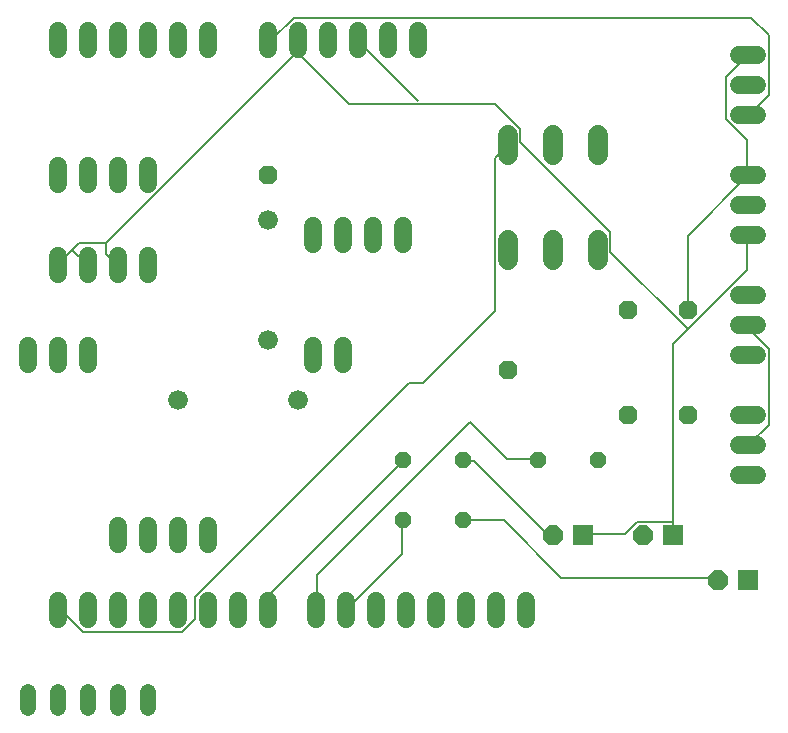
<source format=gbr>
G04 EAGLE Gerber X2 export*
%TF.Part,Single*%
%TF.FileFunction,Copper,L2,Bot,Mixed*%
%TF.FilePolarity,Positive*%
%TF.GenerationSoftware,Autodesk,EAGLE,9.1.3*%
%TF.CreationDate,2018-09-07T19:40:15Z*%
G75*
%MOMM*%
%FSLAX34Y34*%
%LPD*%
%AMOC8*
5,1,8,0,0,1.08239X$1,22.5*%
G01*
%ADD10C,1.524000*%
%ADD11P,1.732040X8X22.500000*%
%ADD12C,1.676400*%
%ADD13C,1.676400*%
%ADD14P,1.429621X8X22.500000*%
%ADD15P,1.814519X8X22.500000*%
%ADD16R,1.676400X1.676400*%
%ADD17C,1.320800*%
%ADD18C,0.152400*%


D10*
X472440Y45720D02*
X472440Y30480D01*
X447040Y30480D02*
X447040Y45720D01*
X421640Y45720D02*
X421640Y30480D01*
X396240Y30480D02*
X396240Y45720D01*
X370840Y45720D02*
X370840Y30480D01*
X345440Y30480D02*
X345440Y45720D01*
X320040Y45720D02*
X320040Y30480D01*
X294640Y30480D02*
X294640Y45720D01*
X254000Y45720D02*
X254000Y30480D01*
X228600Y30480D02*
X228600Y45720D01*
X203200Y45720D02*
X203200Y30480D01*
X177800Y30480D02*
X177800Y45720D01*
X152400Y45720D02*
X152400Y30480D01*
X127000Y30480D02*
X127000Y45720D01*
X101600Y45720D02*
X101600Y30480D01*
X76200Y30480D02*
X76200Y45720D01*
X381000Y513080D02*
X381000Y528320D01*
X355600Y528320D02*
X355600Y513080D01*
X330200Y513080D02*
X330200Y528320D01*
X304800Y528320D02*
X304800Y513080D01*
X279400Y513080D02*
X279400Y528320D01*
X254000Y528320D02*
X254000Y513080D01*
X203200Y513080D02*
X203200Y528320D01*
X177800Y528320D02*
X177800Y513080D01*
X152400Y513080D02*
X152400Y528320D01*
X127000Y528320D02*
X127000Y513080D01*
X101600Y513080D02*
X101600Y528320D01*
X76200Y528320D02*
X76200Y513080D01*
X292100Y363220D02*
X292100Y347980D01*
X317500Y347980D02*
X317500Y363220D01*
X342900Y363220D02*
X342900Y347980D01*
X368300Y347980D02*
X368300Y363220D01*
X76200Y398780D02*
X76200Y414020D01*
X101600Y414020D02*
X101600Y398780D01*
X127000Y398780D02*
X127000Y414020D01*
X152400Y414020D02*
X152400Y398780D01*
X76200Y337820D02*
X76200Y322580D01*
X101600Y322580D02*
X101600Y337820D01*
X127000Y337820D02*
X127000Y322580D01*
X152400Y322580D02*
X152400Y337820D01*
D11*
X457200Y241300D03*
X254000Y406400D03*
D10*
X50800Y261620D02*
X50800Y246380D01*
X76200Y246380D02*
X76200Y261620D01*
X101600Y261620D02*
X101600Y246380D01*
X127000Y109220D02*
X127000Y93980D01*
X152400Y93980D02*
X152400Y109220D01*
X177800Y109220D02*
X177800Y93980D01*
X203200Y93980D02*
X203200Y109220D01*
X292100Y246380D02*
X292100Y261620D01*
X317500Y261620D02*
X317500Y246380D01*
D12*
X457200Y334518D02*
X457200Y351282D01*
X495300Y351282D02*
X495300Y334518D01*
X533400Y334518D02*
X533400Y351282D01*
X457200Y423418D02*
X457200Y440182D01*
X495300Y440182D02*
X495300Y423418D01*
X533400Y423418D02*
X533400Y440182D01*
D13*
X254000Y266700D03*
X254000Y368300D03*
X177800Y215900D03*
X279400Y215900D03*
D14*
X368300Y165100D03*
X419100Y165100D03*
X482600Y165100D03*
X533400Y165100D03*
X368300Y114300D03*
X419100Y114300D03*
D15*
X495300Y101600D03*
D16*
X520700Y101600D03*
D15*
X571500Y101600D03*
D16*
X596900Y101600D03*
D15*
X635000Y63500D03*
D16*
X660400Y63500D03*
D11*
X558800Y203200D03*
X609600Y203200D03*
X609600Y292100D03*
X558800Y292100D03*
D10*
X652780Y508000D02*
X668020Y508000D01*
X668020Y482600D02*
X652780Y482600D01*
X652780Y457200D02*
X668020Y457200D01*
X668020Y406400D02*
X652780Y406400D01*
X652780Y381000D02*
X668020Y381000D01*
X668020Y355600D02*
X652780Y355600D01*
X652780Y304800D02*
X668020Y304800D01*
X668020Y279400D02*
X652780Y279400D01*
X652780Y254000D02*
X668020Y254000D01*
X668020Y203200D02*
X652780Y203200D01*
X652780Y177800D02*
X668020Y177800D01*
X668020Y152400D02*
X652780Y152400D01*
D17*
X50800Y-31496D02*
X50800Y-44704D01*
X76200Y-44704D02*
X76200Y-31496D01*
X101600Y-31496D02*
X101600Y-44704D01*
X127000Y-44704D02*
X127000Y-31496D01*
X152400Y-31496D02*
X152400Y-44704D01*
D18*
X317500Y355600D02*
X316992Y356616D01*
X381000Y469392D02*
X330708Y519684D01*
X330200Y520700D01*
X79248Y38100D02*
X76200Y38100D01*
X79248Y38100D02*
X97536Y19812D01*
X181356Y19812D01*
X192024Y30480D01*
X192024Y48768D01*
X373380Y230124D01*
X385572Y230124D01*
X446532Y291084D01*
X446532Y420624D01*
X457200Y431292D01*
X457200Y431800D01*
X292100Y355600D02*
X291084Y355092D01*
X367284Y164592D02*
X367284Y163576D01*
X254000Y50292D01*
X367284Y164592D02*
X368300Y165100D01*
X254000Y50292D02*
X254000Y38100D01*
X419100Y164592D02*
X428244Y164592D01*
X490728Y102108D01*
X495300Y102108D01*
X419100Y164592D02*
X419100Y165100D01*
X495300Y102108D02*
X495300Y101600D01*
X453644Y114300D02*
X419100Y114300D01*
X453644Y114300D02*
X502412Y65532D01*
X632460Y65532D01*
X633984Y64008D01*
X635000Y63500D01*
X367284Y85344D02*
X367284Y114300D01*
X367284Y85344D02*
X320040Y38100D01*
X367284Y114300D02*
X368300Y114300D01*
X456692Y166116D02*
X481584Y166116D01*
X456692Y166116D02*
X425450Y197358D01*
X295656Y67564D01*
X295656Y38100D01*
X481584Y166116D02*
X482600Y165100D01*
X295656Y38100D02*
X294640Y38100D01*
X659892Y406908D02*
X659892Y435864D01*
X641604Y454152D01*
X641604Y489204D01*
X660400Y508000D01*
X659892Y406908D02*
X660400Y406400D01*
X609600Y355092D02*
X609600Y292100D01*
X609600Y355092D02*
X659892Y405384D01*
X660400Y406400D01*
X661416Y278892D02*
X661416Y275844D01*
X678180Y259080D01*
X678180Y195072D01*
X661416Y178308D01*
X661416Y278892D02*
X660400Y279400D01*
X661416Y178308D02*
X660400Y177800D01*
X257556Y521208D02*
X254508Y521208D01*
X257556Y521208D02*
X275844Y539496D01*
X663448Y539496D01*
X678180Y524764D01*
X678180Y473964D01*
X661416Y457200D01*
X254508Y521208D02*
X254000Y520700D01*
X660400Y457200D02*
X661416Y457200D01*
X278892Y510540D02*
X278892Y519684D01*
X278892Y510540D02*
X117348Y348996D01*
X94488Y348996D01*
X88392Y342900D02*
X76200Y330708D01*
X88392Y342900D02*
X94488Y348996D01*
X278892Y519684D02*
X279400Y520700D01*
X76200Y330708D02*
X76200Y330200D01*
X88392Y342900D02*
X100584Y330708D01*
X101600Y330200D01*
X117348Y339852D02*
X117348Y348996D01*
X117348Y339852D02*
X127000Y330200D01*
X659892Y326136D02*
X659892Y355092D01*
X609600Y275844D02*
X597408Y263652D01*
X609600Y275844D02*
X659892Y326136D01*
X597408Y112776D02*
X597408Y102108D01*
X597408Y112776D02*
X597408Y263652D01*
X659892Y355092D02*
X660400Y355600D01*
X597408Y102108D02*
X596900Y101600D01*
X556260Y102108D02*
X521208Y102108D01*
X556260Y102108D02*
X566928Y112776D01*
X597408Y112776D01*
X521208Y102108D02*
X520700Y101600D01*
X609600Y275844D02*
X544068Y341376D01*
X544068Y358140D01*
X467868Y434340D01*
X467868Y445008D01*
X446532Y466344D01*
X323088Y466344D01*
X278892Y510540D01*
X279400Y520700D01*
M02*

</source>
